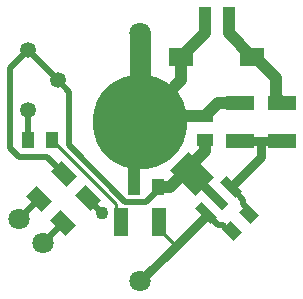
<source format=gtl>
%FSLAX25Y25*%
%MOIN*%
G70*
G01*
G75*
G04 Layer_Physical_Order=1*
G04 Layer_Color=255*
%ADD10C,0.01000*%
G04:AMPARAMS|DCode=11|XSize=31.5mil|YSize=98.43mil|CornerRadius=0mil|HoleSize=0mil|Usage=FLASHONLY|Rotation=45.000|XOffset=0mil|YOffset=0mil|HoleType=Round|Shape=Rectangle|*
%AMROTATEDRECTD11*
4,1,4,0.02366,-0.04593,-0.04593,0.02366,-0.02366,0.04593,0.04593,-0.02366,0.02366,-0.04593,0.0*
%
%ADD11ROTATEDRECTD11*%

G04:AMPARAMS|DCode=12|XSize=31.5mil|YSize=70.87mil|CornerRadius=0mil|HoleSize=0mil|Usage=FLASHONLY|Rotation=45.000|XOffset=0mil|YOffset=0mil|HoleType=Round|Shape=Rectangle|*
%AMROTATEDRECTD12*
4,1,4,0.01392,-0.03619,-0.03619,0.01392,-0.01392,0.03619,0.03619,-0.01392,0.01392,-0.03619,0.0*
%
%ADD12ROTATEDRECTD12*%

G04:AMPARAMS|DCode=13|XSize=86.61mil|YSize=118.11mil|CornerRadius=0mil|HoleSize=0mil|Usage=FLASHONLY|Rotation=45.000|XOffset=0mil|YOffset=0mil|HoleType=Round|Shape=Rectangle|*
%AMROTATEDRECTD13*
4,1,4,0.01114,-0.07238,-0.07238,0.01114,-0.01114,0.07238,0.07238,-0.01114,0.01114,-0.07238,0.0*
%
%ADD13ROTATEDRECTD13*%

%ADD14R,0.07874X0.06299*%
%ADD15R,0.03937X0.05512*%
G04:AMPARAMS|DCode=16|XSize=70.87mil|YSize=47.24mil|CornerRadius=0mil|HoleSize=0mil|Usage=FLASHONLY|Rotation=315.000|XOffset=0mil|YOffset=0mil|HoleType=Round|Shape=Rectangle|*
%AMROTATEDRECTD16*
4,1,4,-0.04176,0.00835,-0.00835,0.04176,0.04176,-0.00835,0.00835,-0.04176,-0.04176,0.00835,0.0*
%
%ADD16ROTATEDRECTD16*%

%ADD17R,0.04528X0.09449*%
G04:AMPARAMS|DCode=18|XSize=55.12mil|YSize=39.37mil|CornerRadius=0mil|HoleSize=0mil|Usage=FLASHONLY|Rotation=135.000|XOffset=0mil|YOffset=0mil|HoleType=Round|Shape=Rectangle|*
%AMROTATEDRECTD18*
4,1,4,0.03341,-0.00557,0.00557,-0.03341,-0.03341,0.00557,-0.00557,0.03341,0.03341,-0.00557,0.0*
%
%ADD18ROTATEDRECTD18*%

%ADD19R,0.05512X0.03937*%
%ADD20R,0.09449X0.04528*%
%ADD21C,0.01969*%
%ADD22C,0.03937*%
%ADD23C,0.07087*%
%ADD24C,0.00984*%
%ADD25C,0.02953*%
%ADD26C,0.07087*%
%ADD27C,0.31496*%
%ADD28C,0.05315*%
%ADD29C,0.04331*%
D10*
X12795Y0D02*
G03*
X12643Y1969I-12795J0D01*
G01*
D11*
X25094Y-25094D02*
D03*
D12*
X30244Y-21892D02*
D03*
X21892Y-30244D02*
D03*
D13*
X17438Y-17438D02*
D03*
D14*
X13780Y21654D02*
D03*
X37402D02*
D03*
D15*
X-29528Y-5906D02*
D03*
X-37402D02*
D03*
X-1969Y-21654D02*
D03*
X5906D02*
D03*
X21654Y35433D02*
D03*
X29528D02*
D03*
D16*
X-25352Y-17478D02*
D03*
X-33703Y-25829D02*
D03*
X-17478Y-25352D02*
D03*
X-25829Y-33703D02*
D03*
D17*
X6299Y-33465D02*
D03*
X-6299D02*
D03*
D18*
X30681Y-36248D02*
D03*
X36248Y-30681D02*
D03*
D19*
X21654Y1969D02*
D03*
Y-5906D02*
D03*
D20*
X33465Y6299D02*
D03*
Y-6299D02*
D03*
X47244Y6299D02*
D03*
Y-6299D02*
D03*
D21*
X34449Y-27559D02*
X36909Y-30020D01*
X-23622Y-7874D02*
X-4921Y-26575D01*
X-37402Y-5906D02*
Y3779D01*
X-31018Y-11811D02*
X-25352Y-17478D01*
X-4921Y-26575D02*
X1969D01*
X5906Y-22638D01*
X21892Y-30244D02*
X26097Y-34449D01*
X27559D01*
X29359Y-36248D01*
X30681D01*
X30244Y-21892D02*
X34449Y-26097D01*
Y-27559D02*
Y-26097D01*
X6299Y-30315D02*
X6693Y-29921D01*
X-40354Y-32480D02*
X-33703Y-25829D01*
X-32480Y-40354D02*
X-25829Y-33703D01*
X-17478Y-25829D02*
X-12795Y-30512D01*
X-17478Y-25829D02*
Y-25352D01*
X-23622Y-7874D02*
Y10000D01*
X-37402Y23779D02*
X-27402Y13780D01*
X-23622Y10000D01*
X-43307Y-8858D02*
X-40354Y-11811D01*
X-31018D01*
X-43307Y-8858D02*
Y17874D01*
X-37402Y23779D01*
D22*
X9843Y-21654D02*
X21654Y-9843D01*
X12643Y1969D02*
X21654D01*
X1969D02*
X12643D01*
X-1969Y-21654D02*
Y-1969D01*
X38386Y21654D02*
X45276Y14764D01*
Y8268D02*
Y14764D01*
Y8268D02*
X47244Y6299D01*
X8858Y8858D02*
X13780Y13780D01*
X1969Y1969D02*
X8858Y8858D01*
X5906Y-21654D02*
X9843D01*
X21654Y-9843D02*
Y-5906D01*
X-1969Y-1969D02*
X0Y0D01*
X1969Y1969D01*
X21654D02*
X25984Y6299D01*
X33465D01*
X37402Y21654D02*
X38386D01*
X29528Y29528D02*
Y35433D01*
Y29528D02*
X37402Y21654D01*
X13780D02*
X21654Y29528D01*
Y35433D01*
X13780Y13780D02*
Y21654D01*
D23*
X0Y12795D02*
Y29528D01*
Y0D02*
Y12795D01*
D24*
X-7874Y-31890D02*
X-6299Y-33465D01*
X-29528Y-5906D02*
X-7874Y-27559D01*
Y-31890D02*
Y-27559D01*
X5906Y-22638D02*
Y-21654D01*
X6299Y-35827D02*
Y-33465D01*
Y-35827D02*
X11811Y-41339D01*
X11811D01*
D25*
X21892Y-31257D02*
Y-30244D01*
X0Y-53150D02*
X11811Y-41339D01*
X21892Y-31257D01*
X30244Y-21892D02*
X40354Y-11782D01*
Y-6299D01*
X33465D02*
X40354D01*
X47244D01*
X31102D02*
X33465D01*
D26*
X0Y29528D02*
D03*
X-32480Y-40354D02*
D03*
X-40354Y-32480D02*
D03*
X0Y-53150D02*
D03*
D27*
Y0D02*
D03*
D28*
X-37402Y23779D02*
D03*
X-27402Y13780D02*
D03*
X-37402Y3779D02*
D03*
D29*
X8858Y-8858D02*
D03*
X-8858D02*
D03*
Y8858D02*
D03*
X8858D02*
D03*
X12795Y0D02*
D03*
X-12795D02*
D03*
X0Y-12795D02*
D03*
Y12795D02*
D03*
X-12795Y-30512D02*
D03*
M02*

</source>
